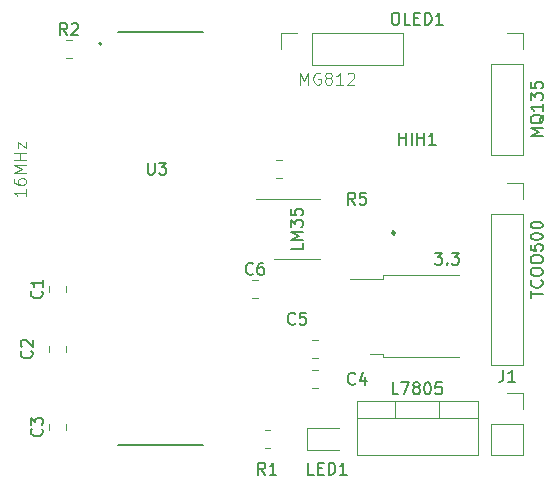
<source format=gbr>
%TF.GenerationSoftware,KiCad,Pcbnew,7.0.10*%
%TF.CreationDate,2024-04-21T18:35:41+05:30*%
%TF.ProjectId,ESDP_Final,45534450-5f46-4696-9e61-6c2e6b696361,rev?*%
%TF.SameCoordinates,Original*%
%TF.FileFunction,Legend,Top*%
%TF.FilePolarity,Positive*%
%FSLAX46Y46*%
G04 Gerber Fmt 4.6, Leading zero omitted, Abs format (unit mm)*
G04 Created by KiCad (PCBNEW 7.0.10) date 2024-04-21 18:35:41*
%MOMM*%
%LPD*%
G01*
G04 APERTURE LIST*
%ADD10C,0.100000*%
%ADD11C,0.150000*%
%ADD12C,0.120000*%
%ADD13C,0.127000*%
%ADD14C,0.200000*%
%ADD15C,0.280000*%
G04 APERTURE END LIST*
D10*
X137032419Y-77912306D02*
X137032419Y-78483734D01*
X137032419Y-78198020D02*
X136032419Y-78198020D01*
X136032419Y-78198020D02*
X136175276Y-78293258D01*
X136175276Y-78293258D02*
X136270514Y-78388496D01*
X136270514Y-78388496D02*
X136318133Y-78483734D01*
X136032419Y-77055163D02*
X136032419Y-77245639D01*
X136032419Y-77245639D02*
X136080038Y-77340877D01*
X136080038Y-77340877D02*
X136127657Y-77388496D01*
X136127657Y-77388496D02*
X136270514Y-77483734D01*
X136270514Y-77483734D02*
X136460990Y-77531353D01*
X136460990Y-77531353D02*
X136841942Y-77531353D01*
X136841942Y-77531353D02*
X136937180Y-77483734D01*
X136937180Y-77483734D02*
X136984800Y-77436115D01*
X136984800Y-77436115D02*
X137032419Y-77340877D01*
X137032419Y-77340877D02*
X137032419Y-77150401D01*
X137032419Y-77150401D02*
X136984800Y-77055163D01*
X136984800Y-77055163D02*
X136937180Y-77007544D01*
X136937180Y-77007544D02*
X136841942Y-76959925D01*
X136841942Y-76959925D02*
X136603847Y-76959925D01*
X136603847Y-76959925D02*
X136508609Y-77007544D01*
X136508609Y-77007544D02*
X136460990Y-77055163D01*
X136460990Y-77055163D02*
X136413371Y-77150401D01*
X136413371Y-77150401D02*
X136413371Y-77340877D01*
X136413371Y-77340877D02*
X136460990Y-77436115D01*
X136460990Y-77436115D02*
X136508609Y-77483734D01*
X136508609Y-77483734D02*
X136603847Y-77531353D01*
X137032419Y-76531353D02*
X136032419Y-76531353D01*
X136032419Y-76531353D02*
X136746704Y-76198020D01*
X136746704Y-76198020D02*
X136032419Y-75864687D01*
X136032419Y-75864687D02*
X137032419Y-75864687D01*
X137032419Y-75388496D02*
X136032419Y-75388496D01*
X136508609Y-75388496D02*
X136508609Y-74817068D01*
X137032419Y-74817068D02*
X136032419Y-74817068D01*
X136365752Y-74436115D02*
X136365752Y-73912306D01*
X136365752Y-73912306D02*
X137032419Y-74436115D01*
X137032419Y-74436115D02*
X137032419Y-73912306D01*
D11*
X160474819Y-82494285D02*
X160474819Y-82970475D01*
X160474819Y-82970475D02*
X159474819Y-82970475D01*
X160474819Y-82160951D02*
X159474819Y-82160951D01*
X159474819Y-82160951D02*
X160189104Y-81827618D01*
X160189104Y-81827618D02*
X159474819Y-81494285D01*
X159474819Y-81494285D02*
X160474819Y-81494285D01*
X159474819Y-81113332D02*
X159474819Y-80494285D01*
X159474819Y-80494285D02*
X159855771Y-80827618D01*
X159855771Y-80827618D02*
X159855771Y-80684761D01*
X159855771Y-80684761D02*
X159903390Y-80589523D01*
X159903390Y-80589523D02*
X159951009Y-80541904D01*
X159951009Y-80541904D02*
X160046247Y-80494285D01*
X160046247Y-80494285D02*
X160284342Y-80494285D01*
X160284342Y-80494285D02*
X160379580Y-80541904D01*
X160379580Y-80541904D02*
X160427200Y-80589523D01*
X160427200Y-80589523D02*
X160474819Y-80684761D01*
X160474819Y-80684761D02*
X160474819Y-80970475D01*
X160474819Y-80970475D02*
X160427200Y-81065713D01*
X160427200Y-81065713D02*
X160379580Y-81113332D01*
X159474819Y-79589523D02*
X159474819Y-80065713D01*
X159474819Y-80065713D02*
X159951009Y-80113332D01*
X159951009Y-80113332D02*
X159903390Y-80065713D01*
X159903390Y-80065713D02*
X159855771Y-79970475D01*
X159855771Y-79970475D02*
X159855771Y-79732380D01*
X159855771Y-79732380D02*
X159903390Y-79637142D01*
X159903390Y-79637142D02*
X159951009Y-79589523D01*
X159951009Y-79589523D02*
X160046247Y-79541904D01*
X160046247Y-79541904D02*
X160284342Y-79541904D01*
X160284342Y-79541904D02*
X160379580Y-79589523D01*
X160379580Y-79589523D02*
X160427200Y-79637142D01*
X160427200Y-79637142D02*
X160474819Y-79732380D01*
X160474819Y-79732380D02*
X160474819Y-79970475D01*
X160474819Y-79970475D02*
X160427200Y-80065713D01*
X160427200Y-80065713D02*
X160379580Y-80113332D01*
X161440952Y-102054819D02*
X160964762Y-102054819D01*
X160964762Y-102054819D02*
X160964762Y-101054819D01*
X161774286Y-101531009D02*
X162107619Y-101531009D01*
X162250476Y-102054819D02*
X161774286Y-102054819D01*
X161774286Y-102054819D02*
X161774286Y-101054819D01*
X161774286Y-101054819D02*
X162250476Y-101054819D01*
X162679048Y-102054819D02*
X162679048Y-101054819D01*
X162679048Y-101054819D02*
X162917143Y-101054819D01*
X162917143Y-101054819D02*
X163060000Y-101102438D01*
X163060000Y-101102438D02*
X163155238Y-101197676D01*
X163155238Y-101197676D02*
X163202857Y-101292914D01*
X163202857Y-101292914D02*
X163250476Y-101483390D01*
X163250476Y-101483390D02*
X163250476Y-101626247D01*
X163250476Y-101626247D02*
X163202857Y-101816723D01*
X163202857Y-101816723D02*
X163155238Y-101911961D01*
X163155238Y-101911961D02*
X163060000Y-102007200D01*
X163060000Y-102007200D02*
X162917143Y-102054819D01*
X162917143Y-102054819D02*
X162679048Y-102054819D01*
X164202857Y-102054819D02*
X163631429Y-102054819D01*
X163917143Y-102054819D02*
X163917143Y-101054819D01*
X163917143Y-101054819D02*
X163821905Y-101197676D01*
X163821905Y-101197676D02*
X163726667Y-101292914D01*
X163726667Y-101292914D02*
X163631429Y-101340533D01*
X137519580Y-91606666D02*
X137567200Y-91654285D01*
X137567200Y-91654285D02*
X137614819Y-91797142D01*
X137614819Y-91797142D02*
X137614819Y-91892380D01*
X137614819Y-91892380D02*
X137567200Y-92035237D01*
X137567200Y-92035237D02*
X137471961Y-92130475D01*
X137471961Y-92130475D02*
X137376723Y-92178094D01*
X137376723Y-92178094D02*
X137186247Y-92225713D01*
X137186247Y-92225713D02*
X137043390Y-92225713D01*
X137043390Y-92225713D02*
X136852914Y-92178094D01*
X136852914Y-92178094D02*
X136757676Y-92130475D01*
X136757676Y-92130475D02*
X136662438Y-92035237D01*
X136662438Y-92035237D02*
X136614819Y-91892380D01*
X136614819Y-91892380D02*
X136614819Y-91797142D01*
X136614819Y-91797142D02*
X136662438Y-91654285D01*
X136662438Y-91654285D02*
X136710057Y-91606666D01*
X136710057Y-91225713D02*
X136662438Y-91178094D01*
X136662438Y-91178094D02*
X136614819Y-91082856D01*
X136614819Y-91082856D02*
X136614819Y-90844761D01*
X136614819Y-90844761D02*
X136662438Y-90749523D01*
X136662438Y-90749523D02*
X136710057Y-90701904D01*
X136710057Y-90701904D02*
X136805295Y-90654285D01*
X136805295Y-90654285D02*
X136900533Y-90654285D01*
X136900533Y-90654285D02*
X137043390Y-90701904D01*
X137043390Y-90701904D02*
X137614819Y-91273332D01*
X137614819Y-91273332D02*
X137614819Y-90654285D01*
X171672381Y-83274819D02*
X172291428Y-83274819D01*
X172291428Y-83274819D02*
X171958095Y-83655771D01*
X171958095Y-83655771D02*
X172100952Y-83655771D01*
X172100952Y-83655771D02*
X172196190Y-83703390D01*
X172196190Y-83703390D02*
X172243809Y-83751009D01*
X172243809Y-83751009D02*
X172291428Y-83846247D01*
X172291428Y-83846247D02*
X172291428Y-84084342D01*
X172291428Y-84084342D02*
X172243809Y-84179580D01*
X172243809Y-84179580D02*
X172196190Y-84227200D01*
X172196190Y-84227200D02*
X172100952Y-84274819D01*
X172100952Y-84274819D02*
X171815238Y-84274819D01*
X171815238Y-84274819D02*
X171720000Y-84227200D01*
X171720000Y-84227200D02*
X171672381Y-84179580D01*
X172720000Y-84179580D02*
X172767619Y-84227200D01*
X172767619Y-84227200D02*
X172720000Y-84274819D01*
X172720000Y-84274819D02*
X172672381Y-84227200D01*
X172672381Y-84227200D02*
X172720000Y-84179580D01*
X172720000Y-84179580D02*
X172720000Y-84274819D01*
X173100952Y-83274819D02*
X173719999Y-83274819D01*
X173719999Y-83274819D02*
X173386666Y-83655771D01*
X173386666Y-83655771D02*
X173529523Y-83655771D01*
X173529523Y-83655771D02*
X173624761Y-83703390D01*
X173624761Y-83703390D02*
X173672380Y-83751009D01*
X173672380Y-83751009D02*
X173719999Y-83846247D01*
X173719999Y-83846247D02*
X173719999Y-84084342D01*
X173719999Y-84084342D02*
X173672380Y-84179580D01*
X173672380Y-84179580D02*
X173624761Y-84227200D01*
X173624761Y-84227200D02*
X173529523Y-84274819D01*
X173529523Y-84274819D02*
X173243809Y-84274819D01*
X173243809Y-84274819D02*
X173148571Y-84227200D01*
X173148571Y-84227200D02*
X173100952Y-84179580D01*
X156275833Y-85039580D02*
X156228214Y-85087200D01*
X156228214Y-85087200D02*
X156085357Y-85134819D01*
X156085357Y-85134819D02*
X155990119Y-85134819D01*
X155990119Y-85134819D02*
X155847262Y-85087200D01*
X155847262Y-85087200D02*
X155752024Y-84991961D01*
X155752024Y-84991961D02*
X155704405Y-84896723D01*
X155704405Y-84896723D02*
X155656786Y-84706247D01*
X155656786Y-84706247D02*
X155656786Y-84563390D01*
X155656786Y-84563390D02*
X155704405Y-84372914D01*
X155704405Y-84372914D02*
X155752024Y-84277676D01*
X155752024Y-84277676D02*
X155847262Y-84182438D01*
X155847262Y-84182438D02*
X155990119Y-84134819D01*
X155990119Y-84134819D02*
X156085357Y-84134819D01*
X156085357Y-84134819D02*
X156228214Y-84182438D01*
X156228214Y-84182438D02*
X156275833Y-84230057D01*
X157132976Y-84134819D02*
X156942500Y-84134819D01*
X156942500Y-84134819D02*
X156847262Y-84182438D01*
X156847262Y-84182438D02*
X156799643Y-84230057D01*
X156799643Y-84230057D02*
X156704405Y-84372914D01*
X156704405Y-84372914D02*
X156656786Y-84563390D01*
X156656786Y-84563390D02*
X156656786Y-84944342D01*
X156656786Y-84944342D02*
X156704405Y-85039580D01*
X156704405Y-85039580D02*
X156752024Y-85087200D01*
X156752024Y-85087200D02*
X156847262Y-85134819D01*
X156847262Y-85134819D02*
X157037738Y-85134819D01*
X157037738Y-85134819D02*
X157132976Y-85087200D01*
X157132976Y-85087200D02*
X157180595Y-85039580D01*
X157180595Y-85039580D02*
X157228214Y-84944342D01*
X157228214Y-84944342D02*
X157228214Y-84706247D01*
X157228214Y-84706247D02*
X157180595Y-84611009D01*
X157180595Y-84611009D02*
X157132976Y-84563390D01*
X157132976Y-84563390D02*
X157037738Y-84515771D01*
X157037738Y-84515771D02*
X156847262Y-84515771D01*
X156847262Y-84515771D02*
X156752024Y-84563390D01*
X156752024Y-84563390D02*
X156704405Y-84611009D01*
X156704405Y-84611009D02*
X156656786Y-84706247D01*
X177466666Y-93204819D02*
X177466666Y-93919104D01*
X177466666Y-93919104D02*
X177419047Y-94061961D01*
X177419047Y-94061961D02*
X177323809Y-94157200D01*
X177323809Y-94157200D02*
X177180952Y-94204819D01*
X177180952Y-94204819D02*
X177085714Y-94204819D01*
X178466666Y-94204819D02*
X177895238Y-94204819D01*
X178180952Y-94204819D02*
X178180952Y-93204819D01*
X178180952Y-93204819D02*
X178085714Y-93347676D01*
X178085714Y-93347676D02*
X177990476Y-93442914D01*
X177990476Y-93442914D02*
X177895238Y-93490533D01*
X147376095Y-75654819D02*
X147376095Y-76464342D01*
X147376095Y-76464342D02*
X147423714Y-76559580D01*
X147423714Y-76559580D02*
X147471333Y-76607200D01*
X147471333Y-76607200D02*
X147566571Y-76654819D01*
X147566571Y-76654819D02*
X147757047Y-76654819D01*
X147757047Y-76654819D02*
X147852285Y-76607200D01*
X147852285Y-76607200D02*
X147899904Y-76559580D01*
X147899904Y-76559580D02*
X147947523Y-76464342D01*
X147947523Y-76464342D02*
X147947523Y-75654819D01*
X148328476Y-75654819D02*
X148947523Y-75654819D01*
X148947523Y-75654819D02*
X148614190Y-76035771D01*
X148614190Y-76035771D02*
X148757047Y-76035771D01*
X148757047Y-76035771D02*
X148852285Y-76083390D01*
X148852285Y-76083390D02*
X148899904Y-76131009D01*
X148899904Y-76131009D02*
X148947523Y-76226247D01*
X148947523Y-76226247D02*
X148947523Y-76464342D01*
X148947523Y-76464342D02*
X148899904Y-76559580D01*
X148899904Y-76559580D02*
X148852285Y-76607200D01*
X148852285Y-76607200D02*
X148757047Y-76654819D01*
X148757047Y-76654819D02*
X148471333Y-76654819D01*
X148471333Y-76654819D02*
X148376095Y-76607200D01*
X148376095Y-76607200D02*
X148328476Y-76559580D01*
X168251428Y-62954819D02*
X168441904Y-62954819D01*
X168441904Y-62954819D02*
X168537142Y-63002438D01*
X168537142Y-63002438D02*
X168632380Y-63097676D01*
X168632380Y-63097676D02*
X168679999Y-63288152D01*
X168679999Y-63288152D02*
X168679999Y-63621485D01*
X168679999Y-63621485D02*
X168632380Y-63811961D01*
X168632380Y-63811961D02*
X168537142Y-63907200D01*
X168537142Y-63907200D02*
X168441904Y-63954819D01*
X168441904Y-63954819D02*
X168251428Y-63954819D01*
X168251428Y-63954819D02*
X168156190Y-63907200D01*
X168156190Y-63907200D02*
X168060952Y-63811961D01*
X168060952Y-63811961D02*
X168013333Y-63621485D01*
X168013333Y-63621485D02*
X168013333Y-63288152D01*
X168013333Y-63288152D02*
X168060952Y-63097676D01*
X168060952Y-63097676D02*
X168156190Y-63002438D01*
X168156190Y-63002438D02*
X168251428Y-62954819D01*
X169584761Y-63954819D02*
X169108571Y-63954819D01*
X169108571Y-63954819D02*
X169108571Y-62954819D01*
X169918095Y-63431009D02*
X170251428Y-63431009D01*
X170394285Y-63954819D02*
X169918095Y-63954819D01*
X169918095Y-63954819D02*
X169918095Y-62954819D01*
X169918095Y-62954819D02*
X170394285Y-62954819D01*
X170822857Y-63954819D02*
X170822857Y-62954819D01*
X170822857Y-62954819D02*
X171060952Y-62954819D01*
X171060952Y-62954819D02*
X171203809Y-63002438D01*
X171203809Y-63002438D02*
X171299047Y-63097676D01*
X171299047Y-63097676D02*
X171346666Y-63192914D01*
X171346666Y-63192914D02*
X171394285Y-63383390D01*
X171394285Y-63383390D02*
X171394285Y-63526247D01*
X171394285Y-63526247D02*
X171346666Y-63716723D01*
X171346666Y-63716723D02*
X171299047Y-63811961D01*
X171299047Y-63811961D02*
X171203809Y-63907200D01*
X171203809Y-63907200D02*
X171060952Y-63954819D01*
X171060952Y-63954819D02*
X170822857Y-63954819D01*
X172346666Y-63954819D02*
X171775238Y-63954819D01*
X172060952Y-63954819D02*
X172060952Y-62954819D01*
X172060952Y-62954819D02*
X171965714Y-63097676D01*
X171965714Y-63097676D02*
X171870476Y-63192914D01*
X171870476Y-63192914D02*
X171775238Y-63240533D01*
X168584761Y-95244819D02*
X168108571Y-95244819D01*
X168108571Y-95244819D02*
X168108571Y-94244819D01*
X168822857Y-94244819D02*
X169489523Y-94244819D01*
X169489523Y-94244819D02*
X169060952Y-95244819D01*
X170013333Y-94673390D02*
X169918095Y-94625771D01*
X169918095Y-94625771D02*
X169870476Y-94578152D01*
X169870476Y-94578152D02*
X169822857Y-94482914D01*
X169822857Y-94482914D02*
X169822857Y-94435295D01*
X169822857Y-94435295D02*
X169870476Y-94340057D01*
X169870476Y-94340057D02*
X169918095Y-94292438D01*
X169918095Y-94292438D02*
X170013333Y-94244819D01*
X170013333Y-94244819D02*
X170203809Y-94244819D01*
X170203809Y-94244819D02*
X170299047Y-94292438D01*
X170299047Y-94292438D02*
X170346666Y-94340057D01*
X170346666Y-94340057D02*
X170394285Y-94435295D01*
X170394285Y-94435295D02*
X170394285Y-94482914D01*
X170394285Y-94482914D02*
X170346666Y-94578152D01*
X170346666Y-94578152D02*
X170299047Y-94625771D01*
X170299047Y-94625771D02*
X170203809Y-94673390D01*
X170203809Y-94673390D02*
X170013333Y-94673390D01*
X170013333Y-94673390D02*
X169918095Y-94721009D01*
X169918095Y-94721009D02*
X169870476Y-94768628D01*
X169870476Y-94768628D02*
X169822857Y-94863866D01*
X169822857Y-94863866D02*
X169822857Y-95054342D01*
X169822857Y-95054342D02*
X169870476Y-95149580D01*
X169870476Y-95149580D02*
X169918095Y-95197200D01*
X169918095Y-95197200D02*
X170013333Y-95244819D01*
X170013333Y-95244819D02*
X170203809Y-95244819D01*
X170203809Y-95244819D02*
X170299047Y-95197200D01*
X170299047Y-95197200D02*
X170346666Y-95149580D01*
X170346666Y-95149580D02*
X170394285Y-95054342D01*
X170394285Y-95054342D02*
X170394285Y-94863866D01*
X170394285Y-94863866D02*
X170346666Y-94768628D01*
X170346666Y-94768628D02*
X170299047Y-94721009D01*
X170299047Y-94721009D02*
X170203809Y-94673390D01*
X171013333Y-94244819D02*
X171108571Y-94244819D01*
X171108571Y-94244819D02*
X171203809Y-94292438D01*
X171203809Y-94292438D02*
X171251428Y-94340057D01*
X171251428Y-94340057D02*
X171299047Y-94435295D01*
X171299047Y-94435295D02*
X171346666Y-94625771D01*
X171346666Y-94625771D02*
X171346666Y-94863866D01*
X171346666Y-94863866D02*
X171299047Y-95054342D01*
X171299047Y-95054342D02*
X171251428Y-95149580D01*
X171251428Y-95149580D02*
X171203809Y-95197200D01*
X171203809Y-95197200D02*
X171108571Y-95244819D01*
X171108571Y-95244819D02*
X171013333Y-95244819D01*
X171013333Y-95244819D02*
X170918095Y-95197200D01*
X170918095Y-95197200D02*
X170870476Y-95149580D01*
X170870476Y-95149580D02*
X170822857Y-95054342D01*
X170822857Y-95054342D02*
X170775238Y-94863866D01*
X170775238Y-94863866D02*
X170775238Y-94625771D01*
X170775238Y-94625771D02*
X170822857Y-94435295D01*
X170822857Y-94435295D02*
X170870476Y-94340057D01*
X170870476Y-94340057D02*
X170918095Y-94292438D01*
X170918095Y-94292438D02*
X171013333Y-94244819D01*
X172251428Y-94244819D02*
X171775238Y-94244819D01*
X171775238Y-94244819D02*
X171727619Y-94721009D01*
X171727619Y-94721009D02*
X171775238Y-94673390D01*
X171775238Y-94673390D02*
X171870476Y-94625771D01*
X171870476Y-94625771D02*
X172108571Y-94625771D01*
X172108571Y-94625771D02*
X172203809Y-94673390D01*
X172203809Y-94673390D02*
X172251428Y-94721009D01*
X172251428Y-94721009D02*
X172299047Y-94816247D01*
X172299047Y-94816247D02*
X172299047Y-95054342D01*
X172299047Y-95054342D02*
X172251428Y-95149580D01*
X172251428Y-95149580D02*
X172203809Y-95197200D01*
X172203809Y-95197200D02*
X172108571Y-95244819D01*
X172108571Y-95244819D02*
X171870476Y-95244819D01*
X171870476Y-95244819D02*
X171775238Y-95197200D01*
X171775238Y-95197200D02*
X171727619Y-95149580D01*
X164933333Y-79194819D02*
X164600000Y-78718628D01*
X164361905Y-79194819D02*
X164361905Y-78194819D01*
X164361905Y-78194819D02*
X164742857Y-78194819D01*
X164742857Y-78194819D02*
X164838095Y-78242438D01*
X164838095Y-78242438D02*
X164885714Y-78290057D01*
X164885714Y-78290057D02*
X164933333Y-78385295D01*
X164933333Y-78385295D02*
X164933333Y-78528152D01*
X164933333Y-78528152D02*
X164885714Y-78623390D01*
X164885714Y-78623390D02*
X164838095Y-78671009D01*
X164838095Y-78671009D02*
X164742857Y-78718628D01*
X164742857Y-78718628D02*
X164361905Y-78718628D01*
X165838095Y-78194819D02*
X165361905Y-78194819D01*
X165361905Y-78194819D02*
X165314286Y-78671009D01*
X165314286Y-78671009D02*
X165361905Y-78623390D01*
X165361905Y-78623390D02*
X165457143Y-78575771D01*
X165457143Y-78575771D02*
X165695238Y-78575771D01*
X165695238Y-78575771D02*
X165790476Y-78623390D01*
X165790476Y-78623390D02*
X165838095Y-78671009D01*
X165838095Y-78671009D02*
X165885714Y-78766247D01*
X165885714Y-78766247D02*
X165885714Y-79004342D01*
X165885714Y-79004342D02*
X165838095Y-79099580D01*
X165838095Y-79099580D02*
X165790476Y-79147200D01*
X165790476Y-79147200D02*
X165695238Y-79194819D01*
X165695238Y-79194819D02*
X165457143Y-79194819D01*
X165457143Y-79194819D02*
X165361905Y-79147200D01*
X165361905Y-79147200D02*
X165314286Y-79099580D01*
X164933333Y-94339580D02*
X164885714Y-94387200D01*
X164885714Y-94387200D02*
X164742857Y-94434819D01*
X164742857Y-94434819D02*
X164647619Y-94434819D01*
X164647619Y-94434819D02*
X164504762Y-94387200D01*
X164504762Y-94387200D02*
X164409524Y-94291961D01*
X164409524Y-94291961D02*
X164361905Y-94196723D01*
X164361905Y-94196723D02*
X164314286Y-94006247D01*
X164314286Y-94006247D02*
X164314286Y-93863390D01*
X164314286Y-93863390D02*
X164361905Y-93672914D01*
X164361905Y-93672914D02*
X164409524Y-93577676D01*
X164409524Y-93577676D02*
X164504762Y-93482438D01*
X164504762Y-93482438D02*
X164647619Y-93434819D01*
X164647619Y-93434819D02*
X164742857Y-93434819D01*
X164742857Y-93434819D02*
X164885714Y-93482438D01*
X164885714Y-93482438D02*
X164933333Y-93530057D01*
X165790476Y-93768152D02*
X165790476Y-94434819D01*
X165552381Y-93387200D02*
X165314286Y-94101485D01*
X165314286Y-94101485D02*
X165933333Y-94101485D01*
X138379580Y-86526666D02*
X138427200Y-86574285D01*
X138427200Y-86574285D02*
X138474819Y-86717142D01*
X138474819Y-86717142D02*
X138474819Y-86812380D01*
X138474819Y-86812380D02*
X138427200Y-86955237D01*
X138427200Y-86955237D02*
X138331961Y-87050475D01*
X138331961Y-87050475D02*
X138236723Y-87098094D01*
X138236723Y-87098094D02*
X138046247Y-87145713D01*
X138046247Y-87145713D02*
X137903390Y-87145713D01*
X137903390Y-87145713D02*
X137712914Y-87098094D01*
X137712914Y-87098094D02*
X137617676Y-87050475D01*
X137617676Y-87050475D02*
X137522438Y-86955237D01*
X137522438Y-86955237D02*
X137474819Y-86812380D01*
X137474819Y-86812380D02*
X137474819Y-86717142D01*
X137474819Y-86717142D02*
X137522438Y-86574285D01*
X137522438Y-86574285D02*
X137570057Y-86526666D01*
X138474819Y-85574285D02*
X138474819Y-86145713D01*
X138474819Y-85859999D02*
X137474819Y-85859999D01*
X137474819Y-85859999D02*
X137617676Y-85955237D01*
X137617676Y-85955237D02*
X137712914Y-86050475D01*
X137712914Y-86050475D02*
X137760533Y-86145713D01*
X159853333Y-89259580D02*
X159805714Y-89307200D01*
X159805714Y-89307200D02*
X159662857Y-89354819D01*
X159662857Y-89354819D02*
X159567619Y-89354819D01*
X159567619Y-89354819D02*
X159424762Y-89307200D01*
X159424762Y-89307200D02*
X159329524Y-89211961D01*
X159329524Y-89211961D02*
X159281905Y-89116723D01*
X159281905Y-89116723D02*
X159234286Y-88926247D01*
X159234286Y-88926247D02*
X159234286Y-88783390D01*
X159234286Y-88783390D02*
X159281905Y-88592914D01*
X159281905Y-88592914D02*
X159329524Y-88497676D01*
X159329524Y-88497676D02*
X159424762Y-88402438D01*
X159424762Y-88402438D02*
X159567619Y-88354819D01*
X159567619Y-88354819D02*
X159662857Y-88354819D01*
X159662857Y-88354819D02*
X159805714Y-88402438D01*
X159805714Y-88402438D02*
X159853333Y-88450057D01*
X160758095Y-88354819D02*
X160281905Y-88354819D01*
X160281905Y-88354819D02*
X160234286Y-88831009D01*
X160234286Y-88831009D02*
X160281905Y-88783390D01*
X160281905Y-88783390D02*
X160377143Y-88735771D01*
X160377143Y-88735771D02*
X160615238Y-88735771D01*
X160615238Y-88735771D02*
X160710476Y-88783390D01*
X160710476Y-88783390D02*
X160758095Y-88831009D01*
X160758095Y-88831009D02*
X160805714Y-88926247D01*
X160805714Y-88926247D02*
X160805714Y-89164342D01*
X160805714Y-89164342D02*
X160758095Y-89259580D01*
X160758095Y-89259580D02*
X160710476Y-89307200D01*
X160710476Y-89307200D02*
X160615238Y-89354819D01*
X160615238Y-89354819D02*
X160377143Y-89354819D01*
X160377143Y-89354819D02*
X160281905Y-89307200D01*
X160281905Y-89307200D02*
X160234286Y-89259580D01*
X157313333Y-102054819D02*
X156980000Y-101578628D01*
X156741905Y-102054819D02*
X156741905Y-101054819D01*
X156741905Y-101054819D02*
X157122857Y-101054819D01*
X157122857Y-101054819D02*
X157218095Y-101102438D01*
X157218095Y-101102438D02*
X157265714Y-101150057D01*
X157265714Y-101150057D02*
X157313333Y-101245295D01*
X157313333Y-101245295D02*
X157313333Y-101388152D01*
X157313333Y-101388152D02*
X157265714Y-101483390D01*
X157265714Y-101483390D02*
X157218095Y-101531009D01*
X157218095Y-101531009D02*
X157122857Y-101578628D01*
X157122857Y-101578628D02*
X156741905Y-101578628D01*
X158265714Y-102054819D02*
X157694286Y-102054819D01*
X157980000Y-102054819D02*
X157980000Y-101054819D01*
X157980000Y-101054819D02*
X157884762Y-101197676D01*
X157884762Y-101197676D02*
X157789524Y-101292914D01*
X157789524Y-101292914D02*
X157694286Y-101340533D01*
X140540833Y-64844819D02*
X140207500Y-64368628D01*
X139969405Y-64844819D02*
X139969405Y-63844819D01*
X139969405Y-63844819D02*
X140350357Y-63844819D01*
X140350357Y-63844819D02*
X140445595Y-63892438D01*
X140445595Y-63892438D02*
X140493214Y-63940057D01*
X140493214Y-63940057D02*
X140540833Y-64035295D01*
X140540833Y-64035295D02*
X140540833Y-64178152D01*
X140540833Y-64178152D02*
X140493214Y-64273390D01*
X140493214Y-64273390D02*
X140445595Y-64321009D01*
X140445595Y-64321009D02*
X140350357Y-64368628D01*
X140350357Y-64368628D02*
X139969405Y-64368628D01*
X140921786Y-63940057D02*
X140969405Y-63892438D01*
X140969405Y-63892438D02*
X141064643Y-63844819D01*
X141064643Y-63844819D02*
X141302738Y-63844819D01*
X141302738Y-63844819D02*
X141397976Y-63892438D01*
X141397976Y-63892438D02*
X141445595Y-63940057D01*
X141445595Y-63940057D02*
X141493214Y-64035295D01*
X141493214Y-64035295D02*
X141493214Y-64130533D01*
X141493214Y-64130533D02*
X141445595Y-64273390D01*
X141445595Y-64273390D02*
X140874167Y-64844819D01*
X140874167Y-64844819D02*
X141493214Y-64844819D01*
X138379580Y-98189166D02*
X138427200Y-98236785D01*
X138427200Y-98236785D02*
X138474819Y-98379642D01*
X138474819Y-98379642D02*
X138474819Y-98474880D01*
X138474819Y-98474880D02*
X138427200Y-98617737D01*
X138427200Y-98617737D02*
X138331961Y-98712975D01*
X138331961Y-98712975D02*
X138236723Y-98760594D01*
X138236723Y-98760594D02*
X138046247Y-98808213D01*
X138046247Y-98808213D02*
X137903390Y-98808213D01*
X137903390Y-98808213D02*
X137712914Y-98760594D01*
X137712914Y-98760594D02*
X137617676Y-98712975D01*
X137617676Y-98712975D02*
X137522438Y-98617737D01*
X137522438Y-98617737D02*
X137474819Y-98474880D01*
X137474819Y-98474880D02*
X137474819Y-98379642D01*
X137474819Y-98379642D02*
X137522438Y-98236785D01*
X137522438Y-98236785D02*
X137570057Y-98189166D01*
X137474819Y-97855832D02*
X137474819Y-97236785D01*
X137474819Y-97236785D02*
X137855771Y-97570118D01*
X137855771Y-97570118D02*
X137855771Y-97427261D01*
X137855771Y-97427261D02*
X137903390Y-97332023D01*
X137903390Y-97332023D02*
X137951009Y-97284404D01*
X137951009Y-97284404D02*
X138046247Y-97236785D01*
X138046247Y-97236785D02*
X138284342Y-97236785D01*
X138284342Y-97236785D02*
X138379580Y-97284404D01*
X138379580Y-97284404D02*
X138427200Y-97332023D01*
X138427200Y-97332023D02*
X138474819Y-97427261D01*
X138474819Y-97427261D02*
X138474819Y-97712975D01*
X138474819Y-97712975D02*
X138427200Y-97808213D01*
X138427200Y-97808213D02*
X138379580Y-97855832D01*
X179794819Y-87081904D02*
X179794819Y-86510476D01*
X180794819Y-86796190D02*
X179794819Y-86796190D01*
X180699580Y-85605714D02*
X180747200Y-85653333D01*
X180747200Y-85653333D02*
X180794819Y-85796190D01*
X180794819Y-85796190D02*
X180794819Y-85891428D01*
X180794819Y-85891428D02*
X180747200Y-86034285D01*
X180747200Y-86034285D02*
X180651961Y-86129523D01*
X180651961Y-86129523D02*
X180556723Y-86177142D01*
X180556723Y-86177142D02*
X180366247Y-86224761D01*
X180366247Y-86224761D02*
X180223390Y-86224761D01*
X180223390Y-86224761D02*
X180032914Y-86177142D01*
X180032914Y-86177142D02*
X179937676Y-86129523D01*
X179937676Y-86129523D02*
X179842438Y-86034285D01*
X179842438Y-86034285D02*
X179794819Y-85891428D01*
X179794819Y-85891428D02*
X179794819Y-85796190D01*
X179794819Y-85796190D02*
X179842438Y-85653333D01*
X179842438Y-85653333D02*
X179890057Y-85605714D01*
X179794819Y-84986666D02*
X179794819Y-84796190D01*
X179794819Y-84796190D02*
X179842438Y-84700952D01*
X179842438Y-84700952D02*
X179937676Y-84605714D01*
X179937676Y-84605714D02*
X180128152Y-84558095D01*
X180128152Y-84558095D02*
X180461485Y-84558095D01*
X180461485Y-84558095D02*
X180651961Y-84605714D01*
X180651961Y-84605714D02*
X180747200Y-84700952D01*
X180747200Y-84700952D02*
X180794819Y-84796190D01*
X180794819Y-84796190D02*
X180794819Y-84986666D01*
X180794819Y-84986666D02*
X180747200Y-85081904D01*
X180747200Y-85081904D02*
X180651961Y-85177142D01*
X180651961Y-85177142D02*
X180461485Y-85224761D01*
X180461485Y-85224761D02*
X180128152Y-85224761D01*
X180128152Y-85224761D02*
X179937676Y-85177142D01*
X179937676Y-85177142D02*
X179842438Y-85081904D01*
X179842438Y-85081904D02*
X179794819Y-84986666D01*
X179794819Y-83939047D02*
X179794819Y-83748571D01*
X179794819Y-83748571D02*
X179842438Y-83653333D01*
X179842438Y-83653333D02*
X179937676Y-83558095D01*
X179937676Y-83558095D02*
X180128152Y-83510476D01*
X180128152Y-83510476D02*
X180461485Y-83510476D01*
X180461485Y-83510476D02*
X180651961Y-83558095D01*
X180651961Y-83558095D02*
X180747200Y-83653333D01*
X180747200Y-83653333D02*
X180794819Y-83748571D01*
X180794819Y-83748571D02*
X180794819Y-83939047D01*
X180794819Y-83939047D02*
X180747200Y-84034285D01*
X180747200Y-84034285D02*
X180651961Y-84129523D01*
X180651961Y-84129523D02*
X180461485Y-84177142D01*
X180461485Y-84177142D02*
X180128152Y-84177142D01*
X180128152Y-84177142D02*
X179937676Y-84129523D01*
X179937676Y-84129523D02*
X179842438Y-84034285D01*
X179842438Y-84034285D02*
X179794819Y-83939047D01*
X179794819Y-82605714D02*
X179794819Y-83081904D01*
X179794819Y-83081904D02*
X180271009Y-83129523D01*
X180271009Y-83129523D02*
X180223390Y-83081904D01*
X180223390Y-83081904D02*
X180175771Y-82986666D01*
X180175771Y-82986666D02*
X180175771Y-82748571D01*
X180175771Y-82748571D02*
X180223390Y-82653333D01*
X180223390Y-82653333D02*
X180271009Y-82605714D01*
X180271009Y-82605714D02*
X180366247Y-82558095D01*
X180366247Y-82558095D02*
X180604342Y-82558095D01*
X180604342Y-82558095D02*
X180699580Y-82605714D01*
X180699580Y-82605714D02*
X180747200Y-82653333D01*
X180747200Y-82653333D02*
X180794819Y-82748571D01*
X180794819Y-82748571D02*
X180794819Y-82986666D01*
X180794819Y-82986666D02*
X180747200Y-83081904D01*
X180747200Y-83081904D02*
X180699580Y-83129523D01*
X179794819Y-81939047D02*
X179794819Y-81843809D01*
X179794819Y-81843809D02*
X179842438Y-81748571D01*
X179842438Y-81748571D02*
X179890057Y-81700952D01*
X179890057Y-81700952D02*
X179985295Y-81653333D01*
X179985295Y-81653333D02*
X180175771Y-81605714D01*
X180175771Y-81605714D02*
X180413866Y-81605714D01*
X180413866Y-81605714D02*
X180604342Y-81653333D01*
X180604342Y-81653333D02*
X180699580Y-81700952D01*
X180699580Y-81700952D02*
X180747200Y-81748571D01*
X180747200Y-81748571D02*
X180794819Y-81843809D01*
X180794819Y-81843809D02*
X180794819Y-81939047D01*
X180794819Y-81939047D02*
X180747200Y-82034285D01*
X180747200Y-82034285D02*
X180699580Y-82081904D01*
X180699580Y-82081904D02*
X180604342Y-82129523D01*
X180604342Y-82129523D02*
X180413866Y-82177142D01*
X180413866Y-82177142D02*
X180175771Y-82177142D01*
X180175771Y-82177142D02*
X179985295Y-82129523D01*
X179985295Y-82129523D02*
X179890057Y-82081904D01*
X179890057Y-82081904D02*
X179842438Y-82034285D01*
X179842438Y-82034285D02*
X179794819Y-81939047D01*
X179794819Y-80986666D02*
X179794819Y-80891428D01*
X179794819Y-80891428D02*
X179842438Y-80796190D01*
X179842438Y-80796190D02*
X179890057Y-80748571D01*
X179890057Y-80748571D02*
X179985295Y-80700952D01*
X179985295Y-80700952D02*
X180175771Y-80653333D01*
X180175771Y-80653333D02*
X180413866Y-80653333D01*
X180413866Y-80653333D02*
X180604342Y-80700952D01*
X180604342Y-80700952D02*
X180699580Y-80748571D01*
X180699580Y-80748571D02*
X180747200Y-80796190D01*
X180747200Y-80796190D02*
X180794819Y-80891428D01*
X180794819Y-80891428D02*
X180794819Y-80986666D01*
X180794819Y-80986666D02*
X180747200Y-81081904D01*
X180747200Y-81081904D02*
X180699580Y-81129523D01*
X180699580Y-81129523D02*
X180604342Y-81177142D01*
X180604342Y-81177142D02*
X180413866Y-81224761D01*
X180413866Y-81224761D02*
X180175771Y-81224761D01*
X180175771Y-81224761D02*
X179985295Y-81177142D01*
X179985295Y-81177142D02*
X179890057Y-81129523D01*
X179890057Y-81129523D02*
X179842438Y-81081904D01*
X179842438Y-81081904D02*
X179794819Y-80986666D01*
X180794819Y-73405713D02*
X179794819Y-73405713D01*
X179794819Y-73405713D02*
X180509104Y-73072380D01*
X180509104Y-73072380D02*
X179794819Y-72739047D01*
X179794819Y-72739047D02*
X180794819Y-72739047D01*
X180890057Y-71596190D02*
X180842438Y-71691428D01*
X180842438Y-71691428D02*
X180747200Y-71786666D01*
X180747200Y-71786666D02*
X180604342Y-71929523D01*
X180604342Y-71929523D02*
X180556723Y-72024761D01*
X180556723Y-72024761D02*
X180556723Y-72119999D01*
X180794819Y-72072380D02*
X180747200Y-72167618D01*
X180747200Y-72167618D02*
X180651961Y-72262856D01*
X180651961Y-72262856D02*
X180461485Y-72310475D01*
X180461485Y-72310475D02*
X180128152Y-72310475D01*
X180128152Y-72310475D02*
X179937676Y-72262856D01*
X179937676Y-72262856D02*
X179842438Y-72167618D01*
X179842438Y-72167618D02*
X179794819Y-72072380D01*
X179794819Y-72072380D02*
X179794819Y-71881904D01*
X179794819Y-71881904D02*
X179842438Y-71786666D01*
X179842438Y-71786666D02*
X179937676Y-71691428D01*
X179937676Y-71691428D02*
X180128152Y-71643809D01*
X180128152Y-71643809D02*
X180461485Y-71643809D01*
X180461485Y-71643809D02*
X180651961Y-71691428D01*
X180651961Y-71691428D02*
X180747200Y-71786666D01*
X180747200Y-71786666D02*
X180794819Y-71881904D01*
X180794819Y-71881904D02*
X180794819Y-72072380D01*
X180794819Y-70691428D02*
X180794819Y-71262856D01*
X180794819Y-70977142D02*
X179794819Y-70977142D01*
X179794819Y-70977142D02*
X179937676Y-71072380D01*
X179937676Y-71072380D02*
X180032914Y-71167618D01*
X180032914Y-71167618D02*
X180080533Y-71262856D01*
X179794819Y-70358094D02*
X179794819Y-69739047D01*
X179794819Y-69739047D02*
X180175771Y-70072380D01*
X180175771Y-70072380D02*
X180175771Y-69929523D01*
X180175771Y-69929523D02*
X180223390Y-69834285D01*
X180223390Y-69834285D02*
X180271009Y-69786666D01*
X180271009Y-69786666D02*
X180366247Y-69739047D01*
X180366247Y-69739047D02*
X180604342Y-69739047D01*
X180604342Y-69739047D02*
X180699580Y-69786666D01*
X180699580Y-69786666D02*
X180747200Y-69834285D01*
X180747200Y-69834285D02*
X180794819Y-69929523D01*
X180794819Y-69929523D02*
X180794819Y-70215237D01*
X180794819Y-70215237D02*
X180747200Y-70310475D01*
X180747200Y-70310475D02*
X180699580Y-70358094D01*
X179794819Y-68834285D02*
X179794819Y-69310475D01*
X179794819Y-69310475D02*
X180271009Y-69358094D01*
X180271009Y-69358094D02*
X180223390Y-69310475D01*
X180223390Y-69310475D02*
X180175771Y-69215237D01*
X180175771Y-69215237D02*
X180175771Y-68977142D01*
X180175771Y-68977142D02*
X180223390Y-68881904D01*
X180223390Y-68881904D02*
X180271009Y-68834285D01*
X180271009Y-68834285D02*
X180366247Y-68786666D01*
X180366247Y-68786666D02*
X180604342Y-68786666D01*
X180604342Y-68786666D02*
X180699580Y-68834285D01*
X180699580Y-68834285D02*
X180747200Y-68881904D01*
X180747200Y-68881904D02*
X180794819Y-68977142D01*
X180794819Y-68977142D02*
X180794819Y-69215237D01*
X180794819Y-69215237D02*
X180747200Y-69310475D01*
X180747200Y-69310475D02*
X180699580Y-69358094D01*
X168651847Y-74116137D02*
X168651847Y-73113287D01*
X168651847Y-73590835D02*
X169224904Y-73590835D01*
X169224904Y-74116137D02*
X169224904Y-73113287D01*
X169702452Y-74116137D02*
X169702452Y-73113287D01*
X170180000Y-74116137D02*
X170180000Y-73113287D01*
X170180000Y-73590835D02*
X170753057Y-73590835D01*
X170753057Y-74116137D02*
X170753057Y-73113287D01*
X171755908Y-74116137D02*
X171182851Y-74116137D01*
X171469379Y-74116137D02*
X171469379Y-73113287D01*
X171469379Y-73113287D02*
X171373870Y-73256552D01*
X171373870Y-73256552D02*
X171278360Y-73352061D01*
X171278360Y-73352061D02*
X171182851Y-73399816D01*
D10*
X160298095Y-69037419D02*
X160298095Y-68037419D01*
X160298095Y-68037419D02*
X160631428Y-68751704D01*
X160631428Y-68751704D02*
X160964761Y-68037419D01*
X160964761Y-68037419D02*
X160964761Y-69037419D01*
X161964761Y-68085038D02*
X161869523Y-68037419D01*
X161869523Y-68037419D02*
X161726666Y-68037419D01*
X161726666Y-68037419D02*
X161583809Y-68085038D01*
X161583809Y-68085038D02*
X161488571Y-68180276D01*
X161488571Y-68180276D02*
X161440952Y-68275514D01*
X161440952Y-68275514D02*
X161393333Y-68465990D01*
X161393333Y-68465990D02*
X161393333Y-68608847D01*
X161393333Y-68608847D02*
X161440952Y-68799323D01*
X161440952Y-68799323D02*
X161488571Y-68894561D01*
X161488571Y-68894561D02*
X161583809Y-68989800D01*
X161583809Y-68989800D02*
X161726666Y-69037419D01*
X161726666Y-69037419D02*
X161821904Y-69037419D01*
X161821904Y-69037419D02*
X161964761Y-68989800D01*
X161964761Y-68989800D02*
X162012380Y-68942180D01*
X162012380Y-68942180D02*
X162012380Y-68608847D01*
X162012380Y-68608847D02*
X161821904Y-68608847D01*
X162583809Y-68465990D02*
X162488571Y-68418371D01*
X162488571Y-68418371D02*
X162440952Y-68370752D01*
X162440952Y-68370752D02*
X162393333Y-68275514D01*
X162393333Y-68275514D02*
X162393333Y-68227895D01*
X162393333Y-68227895D02*
X162440952Y-68132657D01*
X162440952Y-68132657D02*
X162488571Y-68085038D01*
X162488571Y-68085038D02*
X162583809Y-68037419D01*
X162583809Y-68037419D02*
X162774285Y-68037419D01*
X162774285Y-68037419D02*
X162869523Y-68085038D01*
X162869523Y-68085038D02*
X162917142Y-68132657D01*
X162917142Y-68132657D02*
X162964761Y-68227895D01*
X162964761Y-68227895D02*
X162964761Y-68275514D01*
X162964761Y-68275514D02*
X162917142Y-68370752D01*
X162917142Y-68370752D02*
X162869523Y-68418371D01*
X162869523Y-68418371D02*
X162774285Y-68465990D01*
X162774285Y-68465990D02*
X162583809Y-68465990D01*
X162583809Y-68465990D02*
X162488571Y-68513609D01*
X162488571Y-68513609D02*
X162440952Y-68561228D01*
X162440952Y-68561228D02*
X162393333Y-68656466D01*
X162393333Y-68656466D02*
X162393333Y-68846942D01*
X162393333Y-68846942D02*
X162440952Y-68942180D01*
X162440952Y-68942180D02*
X162488571Y-68989800D01*
X162488571Y-68989800D02*
X162583809Y-69037419D01*
X162583809Y-69037419D02*
X162774285Y-69037419D01*
X162774285Y-69037419D02*
X162869523Y-68989800D01*
X162869523Y-68989800D02*
X162917142Y-68942180D01*
X162917142Y-68942180D02*
X162964761Y-68846942D01*
X162964761Y-68846942D02*
X162964761Y-68656466D01*
X162964761Y-68656466D02*
X162917142Y-68561228D01*
X162917142Y-68561228D02*
X162869523Y-68513609D01*
X162869523Y-68513609D02*
X162774285Y-68465990D01*
X163917142Y-69037419D02*
X163345714Y-69037419D01*
X163631428Y-69037419D02*
X163631428Y-68037419D01*
X163631428Y-68037419D02*
X163536190Y-68180276D01*
X163536190Y-68180276D02*
X163440952Y-68275514D01*
X163440952Y-68275514D02*
X163345714Y-68323133D01*
X164298095Y-68132657D02*
X164345714Y-68085038D01*
X164345714Y-68085038D02*
X164440952Y-68037419D01*
X164440952Y-68037419D02*
X164679047Y-68037419D01*
X164679047Y-68037419D02*
X164774285Y-68085038D01*
X164774285Y-68085038D02*
X164821904Y-68132657D01*
X164821904Y-68132657D02*
X164869523Y-68227895D01*
X164869523Y-68227895D02*
X164869523Y-68323133D01*
X164869523Y-68323133D02*
X164821904Y-68465990D01*
X164821904Y-68465990D02*
X164250476Y-69037419D01*
X164250476Y-69037419D02*
X164869523Y-69037419D01*
D12*
%TO.C,LM35*%
X160020000Y-78720000D02*
X156570000Y-78720000D01*
X160020000Y-78720000D02*
X161970000Y-78720000D01*
X160020000Y-83840000D02*
X158070000Y-83840000D01*
X160020000Y-83840000D02*
X161970000Y-83840000D01*
%TO.C,LED1*%
X160875000Y-98100000D02*
X160875000Y-100020000D01*
X160875000Y-100020000D02*
X163560000Y-100020000D01*
X163560000Y-98100000D02*
X160875000Y-98100000D01*
%TO.C,C2*%
X140435000Y-91178748D02*
X140435000Y-91701252D01*
X138965000Y-91178748D02*
X138965000Y-91701252D01*
%TO.C,3.3*%
X167285000Y-85195000D02*
X167285000Y-85465000D01*
X167285000Y-85465000D02*
X164455000Y-85465000D01*
X167285000Y-91825000D02*
X166185000Y-91825000D01*
X167285000Y-92095000D02*
X167285000Y-91825000D01*
X173705000Y-85195000D02*
X167285000Y-85195000D01*
X173705000Y-92095000D02*
X167285000Y-92095000D01*
%TO.C,C6*%
X156181248Y-85625000D02*
X156703752Y-85625000D01*
X156181248Y-87095000D02*
X156703752Y-87095000D01*
%TO.C,J1*%
X176470000Y-97790000D02*
X176470000Y-100390000D01*
X176470000Y-97790000D02*
X179130000Y-97790000D01*
X176470000Y-100390000D02*
X179130000Y-100390000D01*
X177800000Y-95190000D02*
X179130000Y-95190000D01*
X179130000Y-95190000D02*
X179130000Y-96520000D01*
X179130000Y-97790000D02*
X179130000Y-100390000D01*
D13*
%TO.C,U3*%
X144843500Y-64630000D02*
X152082500Y-64630000D01*
X144843500Y-99540000D02*
X152082500Y-99540000D01*
D14*
X143463000Y-65575000D02*
G75*
G03*
X143263000Y-65575000I-100000J0D01*
G01*
X143263000Y-65575000D02*
G75*
G03*
X143463000Y-65575000I100000J0D01*
G01*
D12*
%TO.C,OLED1*%
X161290000Y-67370000D02*
X168970000Y-67370000D01*
X161290000Y-67370000D02*
X161290000Y-64710000D01*
X168970000Y-67370000D02*
X168970000Y-64710000D01*
X158690000Y-66040000D02*
X158690000Y-64710000D01*
X158690000Y-64710000D02*
X160020000Y-64710000D01*
X161290000Y-64710000D02*
X168970000Y-64710000D01*
%TO.C,L7805*%
X165060000Y-95790000D02*
X165060000Y-100431000D01*
X165060000Y-95790000D02*
X175300000Y-95790000D01*
X165060000Y-97300000D02*
X175300000Y-97300000D01*
X165060000Y-100431000D02*
X175300000Y-100431000D01*
X168330000Y-95790000D02*
X168330000Y-97300000D01*
X172031000Y-95790000D02*
X172031000Y-97300000D01*
X175300000Y-95790000D02*
X175300000Y-100431000D01*
%TO.C,R5*%
X158252936Y-75465000D02*
X158707064Y-75465000D01*
X158252936Y-76935000D02*
X158707064Y-76935000D01*
%TO.C,C4*%
X161783752Y-94715000D02*
X161261248Y-94715000D01*
X161783752Y-93245000D02*
X161261248Y-93245000D01*
%TO.C,C1*%
X138965000Y-86621252D02*
X138965000Y-86098748D01*
X140435000Y-86621252D02*
X140435000Y-86098748D01*
%TO.C,C5*%
X161783752Y-92175000D02*
X161261248Y-92175000D01*
X161783752Y-90705000D02*
X161261248Y-90705000D01*
%TO.C,R1*%
X157252936Y-98325000D02*
X157707064Y-98325000D01*
X157252936Y-99795000D02*
X157707064Y-99795000D01*
%TO.C,R2*%
X140480436Y-65305000D02*
X140934564Y-65305000D01*
X140480436Y-66775000D02*
X140934564Y-66775000D01*
%TO.C,C3*%
X138965000Y-98283752D02*
X138965000Y-97761248D01*
X140435000Y-98283752D02*
X140435000Y-97761248D01*
%TO.C,TCOO500*%
X176470000Y-80010000D02*
X176470000Y-92770000D01*
X176470000Y-80010000D02*
X179130000Y-80010000D01*
X176470000Y-92770000D02*
X179130000Y-92770000D01*
X177800000Y-77410000D02*
X179130000Y-77410000D01*
X179130000Y-77410000D02*
X179130000Y-78740000D01*
X179130000Y-80010000D02*
X179130000Y-92770000D01*
%TO.C,MQ135*%
X176470000Y-67310000D02*
X176470000Y-74990000D01*
X176470000Y-67310000D02*
X179130000Y-67310000D01*
X176470000Y-74990000D02*
X179130000Y-74990000D01*
X177800000Y-64710000D02*
X179130000Y-64710000D01*
X179130000Y-64710000D02*
X179130000Y-66040000D01*
X179130000Y-67310000D02*
X179130000Y-74990000D01*
D15*
%TO.C,HIH1*%
X168320000Y-81600000D02*
G75*
G03*
X168040000Y-81600000I-140000J0D01*
G01*
X168040000Y-81600000D02*
G75*
G03*
X168320000Y-81600000I140000J0D01*
G01*
%TD*%
M02*

</source>
